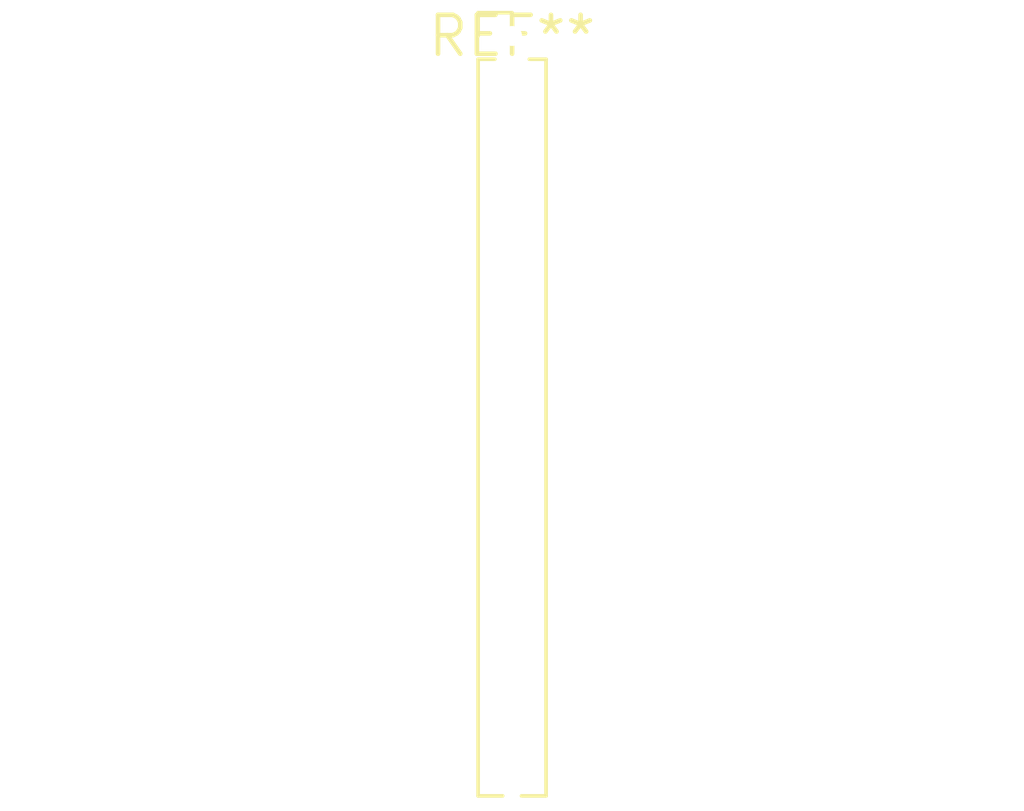
<source format=kicad_pcb>
(kicad_pcb (version 20240108) (generator pcbnew)
  (layers (0 "F.Cu" signal) (31 "B.Cu" signal) (34 "B.Paste" user) (35 "F.Paste" user) (36 "B.SilkS" user "B.Silkscreen") (37 "F.SilkS" user "F.Silkscreen") (38 "B.Mask" user) (39 "F.Mask" user) (44 "Edge.Cuts" user))
  (net 0 "")
  (footprint "PinHeader_1x20_P1.27mm_Vertical" (layer "F.Cu") (at 0 0)
    (property "Reference" "REF**")
    (property "Value" "PinHeader_1x20_P1.27mm_Vertical")
    (fp_line (start -1.11 -0.76) (end 0 -0.76) (layer "F.SilkS") (stroke (width 0.12)))
    (fp_line (start -1.11 0) (end -1.11 -0.76) (layer "F.SilkS") (stroke (width 0.12)))
    (fp_line (start -1.11 0.76) (end -1.11 24.825) (layer "F.SilkS") (stroke (width 0.12)))
    (fp_line (start -1.11 0.76) (end -0.563471 0.76) (layer "F.SilkS") (stroke (width 0.12)))
    (fp_line (start -1.11 24.825) (end -0.30753 24.825) (layer "F.SilkS") (stroke (width 0.12)))
    (fp_line (start 0.30753 24.825) (end 1.11 24.825) (layer "F.SilkS") (stroke (width 0.12)))
    (fp_line (start 0.563471 0.76) (end 1.11 0.76) (layer "F.SilkS") (stroke (width 0.12)))
    (fp_line (start 1.11 0.76) (end 1.11 24.825) (layer "F.SilkS") (stroke (width 0.12)))
    (pad "1" thru_hole rect (at 0 0) (size 1 1) (drill 0.65) (layers *.Cu *.Mask) (remove_unused_layers))
    (pad "2" thru_hole oval (at 0 1.27) (size 1 1) (drill 0.65) (layers *.Cu *.Mask) (remove_unused_layers))
    (pad "3" thru_hole oval (at 0 2.54) (size 1 1) (drill 0.65) (layers *.Cu *.Mask) (remove_unused_layers))
    (pad "4" thru_hole oval (at 0 3.81) (size 1 1) (drill 0.65) (layers *.Cu *.Mask) (remove_unused_layers))
    (pad "5" thru_hole oval (at 0 5.08) (size 1 1) (drill 0.65) (layers *.Cu *.Mask) (remove_unused_layers))
    (pad "6" thru_hole oval (at 0 6.35) (size 1 1) (drill 0.65) (layers *.Cu *.Mask) (remove_unused_layers))
    (pad "7" thru_hole oval (at 0 7.62) (size 1 1) (drill 0.65) (layers *.Cu *.Mask) (remove_unused_layers))
    (pad "8" thru_hole oval (at 0 8.89) (size 1 1) (drill 0.65) (layers *.Cu *.Mask) (remove_unused_layers))
    (pad "9" thru_hole oval (at 0 10.16) (size 1 1) (drill 0.65) (layers *.Cu *.Mask) (remove_unused_layers))
    (pad "10" thru_hole oval (at 0 11.43) (size 1 1) (drill 0.65) (layers *.Cu *.Mask) (remove_unused_layers))
    (pad "11" thru_hole oval (at 0 12.7) (size 1 1) (drill 0.65) (layers *.Cu *.Mask) (remove_unused_layers))
    (pad "12" thru_hole oval (at 0 13.97) (size 1 1) (drill 0.65) (layers *.Cu *.Mask) (remove_unused_layers))
    (pad "13" thru_hole oval (at 0 15.24) (size 1 1) (drill 0.65) (layers *.Cu *.Mask) (remove_unused_layers))
    (pad "14" thru_hole oval (at 0 16.51) (size 1 1) (drill 0.65) (layers *.Cu *.Mask) (remove_unused_layers))
    (pad "15" thru_hole oval (at 0 17.78) (size 1 1) (drill 0.65) (layers *.Cu *.Mask) (remove_unused_layers))
    (pad "16" thru_hole oval (at 0 19.05) (size 1 1) (drill 0.65) (layers *.Cu *.Mask) (remove_unused_layers))
    (pad "17" thru_hole oval (at 0 20.32) (size 1 1) (drill 0.65) (layers *.Cu *.Mask) (remove_unused_layers))
    (pad "18" thru_hole oval (at 0 21.59) (size 1 1) (drill 0.65) (layers *.Cu *.Mask) (remove_unused_layers))
    (pad "19" thru_hole oval (at 0 22.86) (size 1 1) (drill 0.65) (layers *.Cu *.Mask) (remove_unused_layers))
    (pad "20" thru_hole oval (at 0 24.13) (size 1 1) (drill 0.65) (layers *.Cu *.Mask) (remove_unused_layers))
  )
)
</source>
